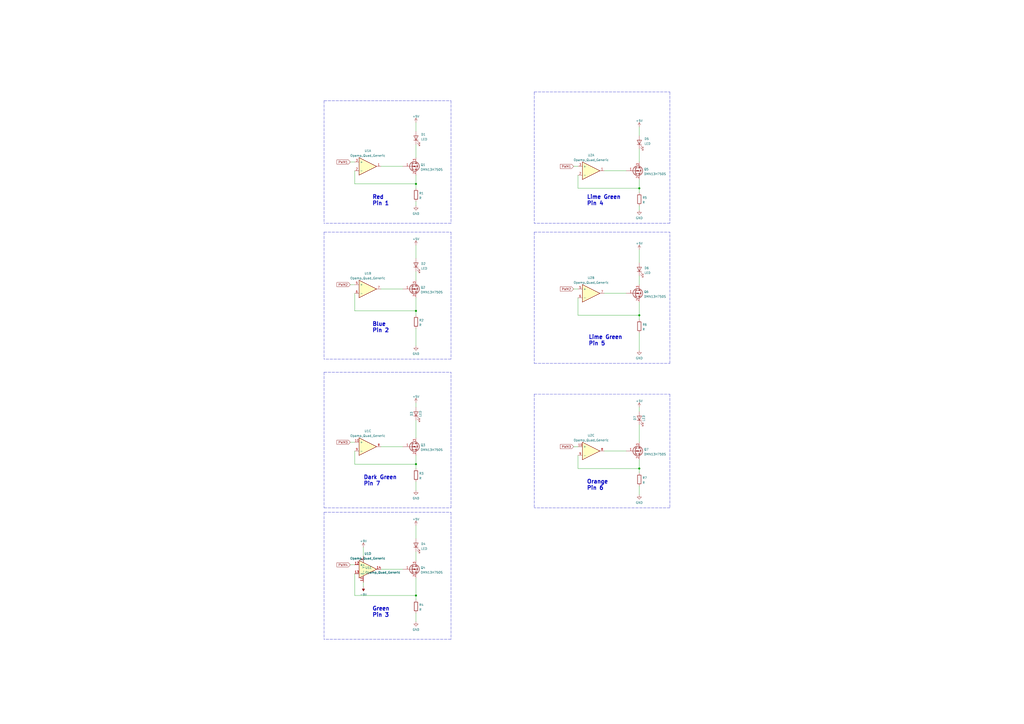
<source format=kicad_sch>
(kicad_sch (version 20210621) (generator eeschema)
  (paper "A2")
  (lib_symbols
    (symbol "Device:LED" (pin_numbers hide) (pin_names (offset 1.016) hide)
      (property "Reference" "D" (at 0 2.54 0))
      (property "Value" "LED" (at 0 -2.54 0))
      (symbol "LED_0_1"
        (polyline (pts (xy -1.27 -1.27) (xy -1.27 1.27)) (stroke (width 0.2032)))
        (polyline (pts (xy -1.27 0) (xy 1.27 0)))
        (polyline (pts (xy 1.27 -1.27) (xy 1.27 1.27) (xy -1.27 0) (xy 1.27 -1.27)) (stroke (width 0.2032)))
        (polyline (pts (xy -3.048 -0.762) (xy -4.572 -2.286) (xy -3.81 -2.286) (xy -4.572 -2.286) (xy -4.572 -1.524)))
        (polyline (pts (xy -1.778 -0.762) (xy -3.302 -2.286) (xy -2.54 -2.286) (xy -3.302 -2.286) (xy -3.302 -1.524)))
      )
      (symbol "LED_1_1"
        (pin passive line (at -3.81 0 0) (length 2.54) (name "K") (number "1"))
        (pin passive line (at 3.81 0 180) (length 2.54) (name "A") (number "2"))
      )
    )
    (symbol "Device:Opamp_Quad_Generic"
      (property "Reference" "U" (at 0 5.08 0))
      (property "Value" "Opamp_Quad_Generic" (at 0 -5.08 0))
      (symbol "Opamp_Quad_Generic_1_1"
        (polyline (pts (xy -5.08 5.08) (xy 5.08 0) (xy -5.08 -5.08) (xy -5.08 5.08)) (stroke (width 0.254)) (fill (type background)))
        (pin output line (at 7.62 0 180) (length 2.54) (name "~") (number "1"))
        (pin input line (at -7.62 -2.54 0) (length 2.54) (name "-") (number "2"))
        (pin input line (at -7.62 2.54 0) (length 2.54) (name "+") (number "3"))
      )
      (symbol "Opamp_Quad_Generic_2_1"
        (polyline (pts (xy -5.08 5.08) (xy 5.08 0) (xy -5.08 -5.08) (xy -5.08 5.08)) (stroke (width 0.254)) (fill (type background)))
        (pin input line (at -7.62 2.54 0) (length 2.54) (name "+") (number "5"))
        (pin input line (at -7.62 -2.54 0) (length 2.54) (name "-") (number "6"))
        (pin output line (at 7.62 0 180) (length 2.54) (name "~") (number "7"))
      )
      (symbol "Opamp_Quad_Generic_3_1"
        (polyline (pts (xy -5.08 5.08) (xy 5.08 0) (xy -5.08 -5.08) (xy -5.08 5.08)) (stroke (width 0.254)) (fill (type background)))
        (pin input line (at -7.62 2.54 0) (length 2.54) (name "+") (number "10"))
        (pin output line (at 7.62 0 180) (length 2.54) (name "~") (number "8"))
        (pin input line (at -7.62 -2.54 0) (length 2.54) (name "-") (number "9"))
      )
      (symbol "Opamp_Quad_Generic_4_1"
        (polyline (pts (xy -5.08 5.08) (xy 5.08 0) (xy -5.08 -5.08) (xy -5.08 5.08)) (stroke (width 0.254)) (fill (type background)))
        (pin input line (at -7.62 2.54 0) (length 2.54) (name "+") (number "12"))
        (pin input line (at -7.62 -2.54 0) (length 2.54) (name "-") (number "13"))
        (pin output line (at 7.62 0 180) (length 2.54) (name "~") (number "14"))
      )
      (symbol "Opamp_Quad_Generic_5_1"
        (pin power_in line (at -2.54 -7.62 90) (length 3.81) (name "V-") (number "11"))
        (pin power_in line (at -2.54 7.62 270) (length 3.81) (name "V+") (number "4"))
      )
    )
    (symbol "Device:R" (pin_numbers hide) (pin_names (offset 0))
      (property "Reference" "R" (at 2.032 0 90))
      (property "Value" "R" (at 0 0 90))
      (symbol "R_0_1"
        (rectangle (start -1.016 -2.54) (end 1.016 2.54) (stroke (width 0.254)))
      )
      (symbol "R_1_1"
        (pin passive line (at 0 3.81 270) (length 1.27) (name "~") (number "1"))
        (pin passive line (at 0 -3.81 90) (length 1.27) (name "~") (number "2"))
      )
    )
    (symbol "Transistor_FET:DMN13H750S" (pin_names (offset 0) hide)
      (property "Reference" "Q" (at 5.08 1.905 0))
      (property "Value" "DMN13H750S" (at 5.08 0 0))
      (symbol "DMN13H750S_0_1"
        (circle (center 1.651 0) (radius 2.8194) (stroke (width 0.254)))
        (circle (center 2.54 -1.778) (radius 0.2794) (fill (type outline)))
        (circle (center 2.54 1.778) (radius 0.2794) (fill (type outline)))
        (polyline (pts (xy 0.762 -1.778) (xy 2.54 -1.778)))
        (polyline (pts (xy 0.762 -1.27) (xy 0.762 -2.286)) (stroke (width 0.254)))
        (polyline (pts (xy 0.762 0) (xy 2.54 0)))
        (polyline (pts (xy 0.762 0.508) (xy 0.762 -0.508)) (stroke (width 0.254)))
        (polyline (pts (xy 0.762 1.778) (xy 2.54 1.778)))
        (polyline (pts (xy 0.762 2.286) (xy 0.762 1.27)) (stroke (width 0.254)))
        (polyline (pts (xy 2.54 -1.778) (xy 2.54 -2.54)))
        (polyline (pts (xy 2.54 -1.778) (xy 2.54 0)))
        (polyline (pts (xy 2.54 2.54) (xy 2.54 1.778)))
        (polyline (pts (xy 0.254 1.905) (xy 0.254 -1.905) (xy 0.254 -1.905)) (stroke (width 0.254)))
        (polyline (pts (xy 2.54 -1.778) (xy 3.302 -1.778) (xy 3.302 1.778) (xy 2.54 1.778)))
        (polyline (pts (xy 2.794 0.508) (xy 2.921 0.381) (xy 3.683 0.381) (xy 3.81 0.254)))
        (polyline (pts (xy 3.302 0.381) (xy 2.921 -0.254) (xy 3.683 -0.254) (xy 3.302 0.381)))
        (polyline (pts (xy 1.016 0) (xy 2.032 0.381) (xy 2.032 -0.381) (xy 1.016 0)) (fill (type outline)))
      )
      (symbol "DMN13H750S_1_1"
        (pin input line (at -5.08 0 0) (length 5.334) (name "G") (number "1"))
        (pin passive line (at 2.54 -5.08 90) (length 2.54) (name "S") (number "2"))
        (pin passive line (at 2.54 5.08 270) (length 2.54) (name "D") (number "3"))
      )
    )
    (symbol "power:+5V" (power) (pin_names (offset 0))
      (property "Value" "+5V" (at 0 3.556 0))
      (symbol "+5V_0_1"
        (polyline (pts (xy -0.762 1.27) (xy 0 2.54)))
        (polyline (pts (xy 0 0) (xy 0 2.54)))
        (polyline (pts (xy 0 2.54) (xy 0.762 1.27)))
      )
      (symbol "+5V_1_1"
        (pin power_in line (at 0 0 90) (length 0) hide (name "+5V") (number "1"))
      )
    )
    (symbol "power:+9V" (power) (pin_names (offset 0))
      (property "Value" "+9V" (at 0 3.556 0))
      (symbol "+9V_0_1"
        (polyline (pts (xy -0.762 1.27) (xy 0 2.54)))
        (polyline (pts (xy 0 0) (xy 0 2.54)))
        (polyline (pts (xy 0 2.54) (xy 0.762 1.27)))
      )
      (symbol "+9V_1_1"
        (pin power_in line (at 0 0 90) (length 0) hide (name "+9V") (number "1"))
      )
    )
    (symbol "power:-9V" (power) (pin_names (offset 0))
      (property "Value" "-9V" (at 0 3.81 0))
      (symbol "-9V_0_1"
        (polyline (pts (xy 0 0) (xy 0 2.54)))
        (polyline (pts (xy 0.762 1.27) (xy -0.762 1.27) (xy 0 2.54) (xy 0.762 1.27)) (fill (type outline)))
      )
      (symbol "-9V_1_1"
        (pin power_in line (at 0 0 90) (length 0) hide (name "-9V") (number "1"))
      )
    )
    (symbol "power:GND" (power) (pin_names (offset 0))
      (property "Value" "GND" (at 0 -3.81 0))
      (symbol "GND_0_1"
        (polyline (pts (xy 0 0) (xy 0 -1.27) (xy 1.27 -1.27) (xy 0 -2.54) (xy -1.27 -1.27) (xy 0 -1.27)))
      )
      (symbol "GND_1_1"
        (pin power_in line (at 0 0 270) (length 0) hide (name "GND") (number "1"))
      )
    )
  )
  (junction (at 241.3 106.68) (diameter 1.016))
  (junction (at 241.3 180.34) (diameter 1.016))
  (junction (at 241.3 269.24) (diameter 1.016))
  (junction (at 241.3 345.44) (diameter 1.016))
  (junction (at 370.84 109.22) (diameter 1.016))
  (junction (at 370.84 182.88) (diameter 1.016))
  (junction (at 370.84 271.78) (diameter 1.016))
  (wire (pts (xy 203.2 93.98) (xy 205.74 93.98)))
  (wire (pts (xy 203.2 165.1) (xy 205.74 165.1)))
  (wire (pts (xy 203.2 256.54) (xy 205.74 256.54)))
  (wire (pts (xy 203.2 327.66) (xy 205.74 327.66)))
  (wire (pts (xy 205.74 99.06) (xy 205.74 106.68)))
  (wire (pts (xy 205.74 106.68) (xy 241.3 106.68)))
  (wire (pts (xy 205.74 170.18) (xy 205.74 180.34)))
  (wire (pts (xy 205.74 180.34) (xy 241.3 180.34)))
  (wire (pts (xy 205.74 261.62) (xy 205.74 269.24)))
  (wire (pts (xy 205.74 269.24) (xy 241.3 269.24)))
  (wire (pts (xy 205.74 332.74) (xy 205.74 345.44)))
  (wire (pts (xy 205.74 345.44) (xy 241.3 345.44)))
  (wire (pts (xy 210.82 317.5) (xy 210.82 322.58)))
  (wire (pts (xy 210.82 337.82) (xy 210.82 340.36)))
  (wire (pts (xy 220.98 96.52) (xy 233.68 96.52)))
  (wire (pts (xy 220.98 167.64) (xy 233.68 167.64)))
  (wire (pts (xy 220.98 259.08) (xy 233.68 259.08)))
  (wire (pts (xy 220.98 330.2) (xy 233.68 330.2)))
  (wire (pts (xy 241.3 71.12) (xy 241.3 76.2)))
  (wire (pts (xy 241.3 83.82) (xy 241.3 91.44)))
  (wire (pts (xy 241.3 101.6) (xy 241.3 106.68)))
  (wire (pts (xy 241.3 106.68) (xy 241.3 109.22)))
  (wire (pts (xy 241.3 116.84) (xy 241.3 119.38)))
  (wire (pts (xy 241.3 142.24) (xy 241.3 149.86)))
  (wire (pts (xy 241.3 157.48) (xy 241.3 162.56)))
  (wire (pts (xy 241.3 172.72) (xy 241.3 180.34)))
  (wire (pts (xy 241.3 180.34) (xy 241.3 182.88)))
  (wire (pts (xy 241.3 190.5) (xy 241.3 200.66)))
  (wire (pts (xy 241.3 233.68) (xy 241.3 236.22)))
  (wire (pts (xy 241.3 243.84) (xy 241.3 254)))
  (wire (pts (xy 241.3 264.16) (xy 241.3 269.24)))
  (wire (pts (xy 241.3 269.24) (xy 241.3 271.78)))
  (wire (pts (xy 241.3 279.4) (xy 241.3 284.48)))
  (wire (pts (xy 241.3 304.8) (xy 241.3 312.42)))
  (wire (pts (xy 241.3 320.04) (xy 241.3 325.12)))
  (wire (pts (xy 241.3 335.28) (xy 241.3 345.44)))
  (wire (pts (xy 241.3 345.44) (xy 241.3 347.98)))
  (wire (pts (xy 241.3 355.6) (xy 241.3 360.68)))
  (wire (pts (xy 332.74 96.52) (xy 335.28 96.52)))
  (wire (pts (xy 332.74 167.64) (xy 335.28 167.64)))
  (wire (pts (xy 332.74 259.08) (xy 335.28 259.08)))
  (wire (pts (xy 335.28 101.6) (xy 335.28 109.22)))
  (wire (pts (xy 335.28 109.22) (xy 370.84 109.22)))
  (wire (pts (xy 335.28 172.72) (xy 335.28 182.88)))
  (wire (pts (xy 335.28 182.88) (xy 370.84 182.88)))
  (wire (pts (xy 335.28 264.16) (xy 335.28 271.78)))
  (wire (pts (xy 335.28 271.78) (xy 370.84 271.78)))
  (wire (pts (xy 350.52 99.06) (xy 363.22 99.06)))
  (wire (pts (xy 350.52 170.18) (xy 363.22 170.18)))
  (wire (pts (xy 350.52 261.62) (xy 363.22 261.62)))
  (wire (pts (xy 370.84 73.66) (xy 370.84 78.74)))
  (wire (pts (xy 370.84 86.36) (xy 370.84 93.98)))
  (wire (pts (xy 370.84 104.14) (xy 370.84 109.22)))
  (wire (pts (xy 370.84 109.22) (xy 370.84 111.76)))
  (wire (pts (xy 370.84 119.38) (xy 370.84 121.92)))
  (wire (pts (xy 370.84 144.78) (xy 370.84 152.4)))
  (wire (pts (xy 370.84 160.02) (xy 370.84 165.1)))
  (wire (pts (xy 370.84 175.26) (xy 370.84 182.88)))
  (wire (pts (xy 370.84 182.88) (xy 370.84 185.42)))
  (wire (pts (xy 370.84 193.04) (xy 370.84 203.2)))
  (wire (pts (xy 370.84 236.22) (xy 370.84 238.76)))
  (wire (pts (xy 370.84 246.38) (xy 370.84 256.54)))
  (wire (pts (xy 370.84 266.7) (xy 370.84 271.78)))
  (wire (pts (xy 370.84 271.78) (xy 370.84 274.32)))
  (wire (pts (xy 370.84 281.94) (xy 370.84 287.02)))
  (polyline (pts (xy 187.96 58.42) (xy 187.96 129.54)) (stroke (width 0) (type dash)))
  (polyline (pts (xy 187.96 58.42) (xy 261.62 58.42)) (stroke (width 0) (type dash)))
  (polyline (pts (xy 187.96 134.62) (xy 187.96 208.28)) (stroke (width 0) (type dash)))
  (polyline (pts (xy 187.96 134.62) (xy 261.62 134.62)) (stroke (width 0) (type dash)))
  (polyline (pts (xy 187.96 215.9) (xy 187.96 294.64)) (stroke (width 0) (type dash)))
  (polyline (pts (xy 187.96 215.9) (xy 261.62 215.9)) (stroke (width 0) (type dash)))
  (polyline (pts (xy 187.96 294.64) (xy 261.62 294.64)) (stroke (width 0) (type dash)))
  (polyline (pts (xy 187.96 297.18) (xy 187.96 370.84)) (stroke (width 0) (type dash)))
  (polyline (pts (xy 187.96 297.18) (xy 261.62 297.18)) (stroke (width 0) (type dash)))
  (polyline (pts (xy 261.62 58.42) (xy 261.62 129.54)) (stroke (width 0) (type dash)))
  (polyline (pts (xy 261.62 129.54) (xy 187.96 129.54)) (stroke (width 0) (type dash)))
  (polyline (pts (xy 261.62 134.62) (xy 261.62 208.28)) (stroke (width 0) (type dash)))
  (polyline (pts (xy 261.62 208.28) (xy 187.96 208.28)) (stroke (width 0) (type dash)))
  (polyline (pts (xy 261.62 294.64) (xy 261.62 215.9)) (stroke (width 0) (type dash)))
  (polyline (pts (xy 261.62 297.18) (xy 261.62 370.84)) (stroke (width 0) (type dash)))
  (polyline (pts (xy 261.62 370.84) (xy 187.96 370.84)) (stroke (width 0) (type dash)))
  (polyline (pts (xy 309.88 53.34) (xy 309.88 129.54)) (stroke (width 0) (type dash)))
  (polyline (pts (xy 309.88 53.34) (xy 388.62 53.34)) (stroke (width 0) (type dash)))
  (polyline (pts (xy 309.88 134.62) (xy 309.88 210.82)) (stroke (width 0) (type dash)))
  (polyline (pts (xy 309.88 134.62) (xy 388.62 134.62)) (stroke (width 0) (type dash)))
  (polyline (pts (xy 309.88 210.82) (xy 388.62 210.82)) (stroke (width 0) (type dash)))
  (polyline (pts (xy 309.88 228.6) (xy 309.88 294.64)) (stroke (width 0) (type dash)))
  (polyline (pts (xy 309.88 228.6) (xy 388.62 228.6)) (stroke (width 0) (type dash)))
  (polyline (pts (xy 388.62 53.34) (xy 388.62 129.54)) (stroke (width 0) (type dash)))
  (polyline (pts (xy 388.62 129.54) (xy 309.88 129.54)) (stroke (width 0) (type dash)))
  (polyline (pts (xy 388.62 210.82) (xy 388.62 134.62)) (stroke (width 0) (type dash)))
  (polyline (pts (xy 388.62 228.6) (xy 388.62 294.64)) (stroke (width 0) (type dash)))
  (polyline (pts (xy 388.62 294.64) (xy 309.88 294.64)) (stroke (width 0) (type dash)))
  (text "Dark Green\nPin 7\n" (at 210.82 281.94 0) (effects (font (size 2.27 2.27) (thickness 0.454) bold) (justify left bottom)))
  (text "Red\nPin 1" (at 215.9 119.38 0) (effects (font (size 2.27 2.27) (thickness 0.454) bold) (justify left bottom)))
  (text "Blue\nPin 2" (at 215.9 193.04 0) (effects (font (size 2.27 2.27) (thickness 0.454) bold) (justify left bottom)))
  (text "Green\nPin 3" (at 215.9 358.14 0) (effects (font (size 2.27 2.27) (thickness 0.454) bold) (justify left bottom)))
  (text "Lime Green\nPin 4" (at 340.36 119.38 0) (effects (font (size 2.27 2.27) (thickness 0.454) bold) (justify left bottom)))
  (text "Orange\nPin 6\n" (at 340.36 284.48 0) (effects (font (size 2.27 2.27) (thickness 0.454) bold) (justify left bottom)))
  (text "Lime Green\nPin 5\n" (at 341.3388 200.66 0) (effects (font (size 2.27 2.27) (thickness 0.454) bold) (justify left bottom)))
  (global_label "PWM1" (shape input) (at 203.2 93.98 180) (property "Intersheet References" "${INTERSHEET_REFS}" (effects hide)))
  (global_label "PWM2" (shape input) (at 203.2 165.1 180) (property "Intersheet References" "${INTERSHEET_REFS}" (effects hide)))
  (global_label "PWM3" (shape input) (at 203.2 256.54 180) (property "Intersheet References" "${INTERSHEET_REFS}" (effects hide)))
  (global_label "PWM4" (shape input) (at 203.2 327.66 180) (property "Intersheet References" "${INTERSHEET_REFS}" (effects hide)))
  (global_label "PWM1" (shape input) (at 332.74 96.52 180) (property "Intersheet References" "${INTERSHEET_REFS}" (effects hide)))
  (global_label "PWM2" (shape input) (at 332.74 167.64 180) (property "Intersheet References" "${INTERSHEET_REFS}" (effects hide)))
  (global_label "PWM3" (shape input) (at 332.74 259.08 180) (property "Intersheet References" "${INTERSHEET_REFS}" (effects hide)))
  (symbol (lib_id "power:+9V") (at 210.82 317.5 0) (unit 1)
    (property "Reference" "#PWR01" (effects hide))
    (property "Value" "+9V" (at 210.82 313.8954 0))
  )
  (symbol (lib_id "power:-9V") (at 210.82 340.36 180) (unit 1)
    (property "Reference" "#PWR02" (effects hide))
    (property "Value" "-9V" (at 210.82 344.9226 0))
  )
  (symbol (lib_id "power:+5V") (at 241.3 71.12 0) (unit 1)
    (property "Reference" "#PWR03" (effects hide))
    (property "Value" "+5V" (at 241.3 67.5154 0))
  )
  (symbol (lib_id "power:+5V") (at 241.3 142.24 0) (unit 1)
    (property "Reference" "#PWR05" (effects hide))
    (property "Value" "+5V" (at 241.3 138.6354 0))
  )
  (symbol (lib_id "power:+5V") (at 241.3 233.68 0) (unit 1)
    (property "Reference" "#PWR07" (effects hide))
    (property "Value" "+5V" (at 241.3 230.0754 0))
  )
  (symbol (lib_id "power:+5V") (at 241.3 304.8 0) (unit 1)
    (property "Reference" "#PWR09" (effects hide))
    (property "Value" "+5V" (at 241.3 301.1954 0))
  )
  (symbol (lib_id "power:+5V") (at 370.84 73.66 0) (unit 1)
    (property "Reference" "#PWR011" (effects hide))
    (property "Value" "+5V" (at 370.84 70.0554 0))
  )
  (symbol (lib_id "power:+5V") (at 370.84 144.78 0) (unit 1)
    (property "Reference" "#PWR013" (effects hide))
    (property "Value" "+5V" (at 370.84 141.1754 0))
  )
  (symbol (lib_id "power:+5V") (at 370.84 236.22 0) (unit 1)
    (property "Reference" "#PWR015" (effects hide))
    (property "Value" "+5V" (at 370.84 232.6154 0))
  )
  (symbol (lib_id "power:GND") (at 241.3 119.38 0) (unit 1)
    (property "Reference" "#PWR04" (effects hide))
    (property "Value" "GND" (at 241.3 123.9426 0))
  )
  (symbol (lib_id "power:GND") (at 241.3 200.66 0) (unit 1)
    (property "Reference" "#PWR06" (effects hide))
    (property "Value" "GND" (at 241.3 205.2226 0))
  )
  (symbol (lib_id "power:GND") (at 241.3 284.48 0) (unit 1)
    (property "Reference" "#PWR08" (effects hide))
    (property "Value" "GND" (at 241.3 289.0426 0))
  )
  (symbol (lib_id "power:GND") (at 241.3 360.68 0) (unit 1)
    (property "Reference" "#PWR010" (effects hide))
    (property "Value" "GND" (at 241.3 365.2426 0))
  )
  (symbol (lib_id "power:GND") (at 370.84 121.92 0) (unit 1)
    (property "Reference" "#PWR012" (effects hide))
    (property "Value" "GND" (at 370.84 126.4826 0))
  )
  (symbol (lib_id "power:GND") (at 370.84 203.2 0) (unit 1)
    (property "Reference" "#PWR014" (effects hide))
    (property "Value" "GND" (at 370.84 207.7626 0))
  )
  (symbol (lib_id "power:GND") (at 370.84 287.02 0) (unit 1)
    (property "Reference" "#PWR016" (effects hide))
    (property "Value" "GND" (at 370.84 291.5826 0))
  )
  (symbol (lib_id "Device:Opamp_Quad_Generic") (at 213.36 330.2 0) (unit 5)
    (property "Reference" "U1" (at 211.8361 329.2915 0) (effects (justify left)))
    (property "Value" "Opamp_Quad_Generic" (at 211.8361 332.0666 0) (effects (justify left)))
  )
  (symbol (lib_id "Device:R") (at 241.3 113.03 0) (mirror y) (unit 1)
    (property "Reference" "R1" (at 243.0781 112.1215 0) (effects (justify right)))
    (property "Value" "R" (at 243.0781 114.8966 0) (effects (justify right)))
  )
  (symbol (lib_id "Device:R") (at 241.3 186.69 0) (unit 1)
    (property "Reference" "R2" (at 243.0781 185.7815 0) (effects (justify left)))
    (property "Value" "R" (at 243.0781 188.5566 0) (effects (justify left)))
  )
  (symbol (lib_id "Device:R") (at 241.3 275.59 0) (unit 1)
    (property "Reference" "R3" (at 243.0781 274.6815 0) (effects (justify left)))
    (property "Value" "R" (at 243.0781 277.4566 0) (effects (justify left)))
  )
  (symbol (lib_id "Device:R") (at 241.3 351.79 0) (unit 1)
    (property "Reference" "R4" (at 243.0781 350.8815 0) (effects (justify left)))
    (property "Value" "R" (at 243.0781 353.6566 0) (effects (justify left)))
  )
  (symbol (lib_id "Device:R") (at 370.84 115.57 0) (mirror y) (unit 1)
    (property "Reference" "R5" (at 372.6181 114.6615 0) (effects (justify right)))
    (property "Value" "R" (at 372.6181 117.4366 0) (effects (justify right)))
  )
  (symbol (lib_id "Device:R") (at 370.84 189.23 0) (unit 1)
    (property "Reference" "R6" (at 372.6181 188.3215 0) (effects (justify left)))
    (property "Value" "R" (at 372.6181 191.0966 0) (effects (justify left)))
  )
  (symbol (lib_id "Device:R") (at 370.84 278.13 0) (unit 1)
    (property "Reference" "R7" (at 372.6181 277.2215 0) (effects (justify left)))
    (property "Value" "R" (at 372.6181 279.9966 0) (effects (justify left)))
  )
  (symbol (lib_id "Device:LED") (at 241.3 80.01 90) (unit 1)
    (property "Reference" "D1" (at 244.2211 78.022 90) (effects (justify right)))
    (property "Value" "LED" (at 244.2211 80.7971 90) (effects (justify right)))
  )
  (symbol (lib_id "Device:LED") (at 241.3 153.67 90) (unit 1)
    (property "Reference" "D2" (at 244.2211 152.952 90) (effects (justify right)))
    (property "Value" "LED" (at 244.2211 155.7271 90) (effects (justify right)))
  )
  (symbol (lib_id "Device:LED") (at 241.3 240.03 90) (unit 1)
    (property "Reference" "D3" (at 238.76 240.03 0))
    (property "Value" "LED" (at 243.84 240.03 0))
  )
  (symbol (lib_id "Device:LED") (at 241.3 316.23 90) (unit 1)
    (property "Reference" "D4" (at 244.2211 315.512 90) (effects (justify right)))
    (property "Value" "LED" (at 244.2211 318.2871 90) (effects (justify right)))
  )
  (symbol (lib_id "Device:LED") (at 370.84 82.55 90) (unit 1)
    (property "Reference" "D5" (at 373.7611 80.562 90) (effects (justify right)))
    (property "Value" "LED" (at 373.7611 83.3371 90) (effects (justify right)))
  )
  (symbol (lib_id "Device:LED") (at 370.84 156.21 90) (unit 1)
    (property "Reference" "D6" (at 373.7611 155.492 90) (effects (justify right)))
    (property "Value" "LED" (at 373.7611 158.2671 90) (effects (justify right)))
  )
  (symbol (lib_id "Device:LED") (at 370.84 242.57 90) (unit 1)
    (property "Reference" "D7" (at 368.3 242.57 0))
    (property "Value" "LED" (at 373.38 242.57 0))
  )
  (symbol (lib_id "Transistor_FET:DMN13H750S") (at 238.76 96.52 0) (unit 1)
    (property "Reference" "Q1" (at 243.9925 95.6115 0) (effects (justify left)))
    (property "Value" "DMN13H750S" (at 243.9925 98.3866 0) (effects (justify left)))
    (property "Footprint" "Package_TO_SOT_SMD:SOT-23" (effects hide))
    (property "Datasheet" "http://www.diodes.com/assets/Datasheets/DMN13H750S.pdf" (effects hide))
  )
  (symbol (lib_id "Transistor_FET:DMN13H750S") (at 238.76 167.64 0) (unit 1)
    (property "Reference" "Q2" (at 243.9925 166.7315 0) (effects (justify left)))
    (property "Value" "DMN13H750S" (at 243.9925 169.5066 0) (effects (justify left)))
    (property "Footprint" "Package_TO_SOT_SMD:SOT-23" (effects hide))
    (property "Datasheet" "http://www.diodes.com/assets/Datasheets/DMN13H750S.pdf" (effects hide))
  )
  (symbol (lib_id "Transistor_FET:DMN13H750S") (at 238.76 259.08 0) (unit 1)
    (property "Reference" "Q3" (at 243.9925 258.1715 0) (effects (justify left)))
    (property "Value" "DMN13H750S" (at 243.9925 260.9466 0) (effects (justify left)))
    (property "Footprint" "Package_TO_SOT_SMD:SOT-23" (effects hide))
    (property "Datasheet" "http://www.diodes.com/assets/Datasheets/DMN13H750S.pdf" (effects hide))
  )
  (symbol (lib_id "Transistor_FET:DMN13H750S") (at 238.76 330.2 0) (unit 1)
    (property "Reference" "Q4" (at 243.9925 329.2915 0) (effects (justify left)))
    (property "Value" "DMN13H750S" (at 243.9925 332.0666 0) (effects (justify left)))
    (property "Footprint" "Package_TO_SOT_SMD:SOT-23" (effects hide))
    (property "Datasheet" "http://www.diodes.com/assets/Datasheets/DMN13H750S.pdf" (effects hide))
  )
  (symbol (lib_id "Transistor_FET:DMN13H750S") (at 368.3 99.06 0) (unit 1)
    (property "Reference" "Q5" (at 373.5325 98.1515 0) (effects (justify left)))
    (property "Value" "DMN13H750S" (at 373.5325 100.9266 0) (effects (justify left)))
    (property "Footprint" "Package_TO_SOT_SMD:SOT-23" (effects hide))
    (property "Datasheet" "http://www.diodes.com/assets/Datasheets/DMN13H750S.pdf" (effects hide))
  )
  (symbol (lib_id "Transistor_FET:DMN13H750S") (at 368.3 170.18 0) (unit 1)
    (property "Reference" "Q6" (at 373.5325 169.2715 0) (effects (justify left)))
    (property "Value" "DMN13H750S" (at 373.5325 172.0466 0) (effects (justify left)))
    (property "Footprint" "Package_TO_SOT_SMD:SOT-23" (effects hide))
    (property "Datasheet" "http://www.diodes.com/assets/Datasheets/DMN13H750S.pdf" (effects hide))
  )
  (symbol (lib_id "Transistor_FET:DMN13H750S") (at 368.3 261.62 0) (unit 1)
    (property "Reference" "Q7" (at 373.5325 260.7115 0) (effects (justify left)))
    (property "Value" "DMN13H750S" (at 373.5325 263.4866 0) (effects (justify left)))
    (property "Footprint" "Package_TO_SOT_SMD:SOT-23" (effects hide))
    (property "Datasheet" "http://www.diodes.com/assets/Datasheets/DMN13H750S.pdf" (effects hide))
  )
  (symbol (lib_id "Device:Opamp_Quad_Generic") (at 213.36 96.52 0) (unit 1)
    (property "Reference" "U1" (at 213.36 87.4734 0))
    (property "Value" "Opamp_Quad_Generic" (at 213.36 90.2485 0))
  )
  (symbol (lib_id "Device:Opamp_Quad_Generic") (at 213.36 167.64 0) (unit 2)
    (property "Reference" "U1" (at 213.36 158.5934 0))
    (property "Value" "Opamp_Quad_Generic" (at 213.36 161.3685 0))
  )
  (symbol (lib_id "Device:Opamp_Quad_Generic") (at 213.36 259.08 0) (unit 3)
    (property "Reference" "U1" (at 213.36 250.0334 0))
    (property "Value" "Opamp_Quad_Generic" (at 213.36 252.8085 0))
  )
  (symbol (lib_id "Device:Opamp_Quad_Generic") (at 213.36 330.2 0) (unit 4)
    (property "Reference" "U1" (at 213.36 321.1534 0))
    (property "Value" "Opamp_Quad_Generic" (at 213.36 323.9285 0))
  )
  (symbol (lib_id "Device:Opamp_Quad_Generic") (at 342.9 99.06 0) (unit 1)
    (property "Reference" "U2" (at 342.9 90.0134 0))
    (property "Value" "Opamp_Quad_Generic" (at 342.9 92.7885 0))
  )
  (symbol (lib_id "Device:Opamp_Quad_Generic") (at 342.9 170.18 0) (unit 2)
    (property "Reference" "U2" (at 342.9 161.1334 0))
    (property "Value" "Opamp_Quad_Generic" (at 342.9 163.9085 0))
  )
  (symbol (lib_id "Device:Opamp_Quad_Generic") (at 342.9 261.62 0) (unit 3)
    (property "Reference" "U2" (at 342.9 252.5734 0))
    (property "Value" "Opamp_Quad_Generic" (at 342.9 255.3485 0))
  )
)
</source>
